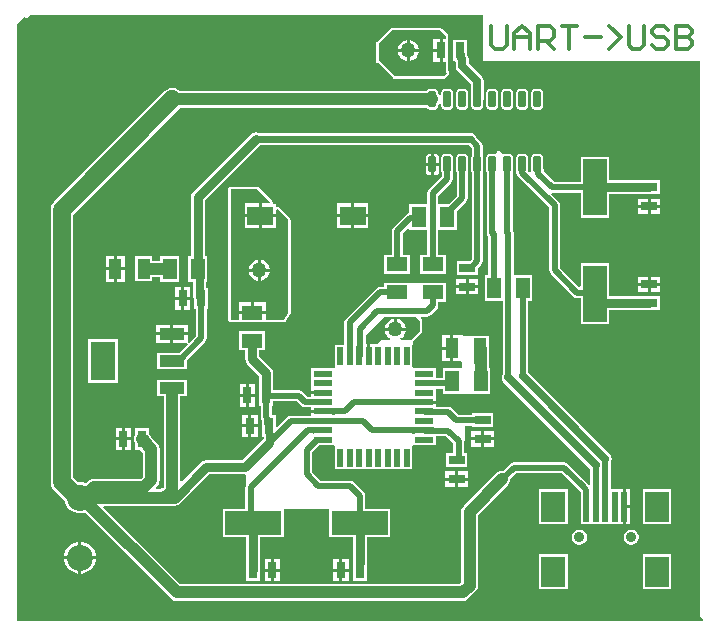
<source format=gtl>
G04*
G04 #@! TF.GenerationSoftware,Altium Limited,Altium Designer,22.9.1 (49)*
G04*
G04 Layer_Physical_Order=1*
G04 Layer_Color=255*
%FSLAX25Y25*%
%MOIN*%
G70*
G04*
G04 #@! TF.SameCoordinates,98696D13-EABD-4F9F-9DF4-DD99C549A471*
G04*
G04*
G04 #@! TF.FilePolarity,Positive*
G04*
G01*
G75*
%ADD17R,0.18701X0.07874*%
%ADD18R,0.04724X0.07087*%
%ADD19R,0.05512X0.03150*%
%ADD20R,0.04331X0.06693*%
%ADD21R,0.08465X0.03937*%
%ADD22R,0.08465X0.12795*%
%ADD23R,0.08465X0.03937*%
%ADD24R,0.03150X0.05512*%
%ADD25R,0.01968X0.09843*%
%ADD26R,0.07874X0.09843*%
G04:AMPARAMS|DCode=27|XSize=51.58mil|YSize=24.41mil|CornerRadius=3.05mil|HoleSize=0mil|Usage=FLASHONLY|Rotation=90.000|XOffset=0mil|YOffset=0mil|HoleType=Round|Shape=RoundedRectangle|*
%AMROUNDEDRECTD27*
21,1,0.05158,0.01831,0,0,90.0*
21,1,0.04547,0.02441,0,0,90.0*
1,1,0.00610,0.00915,0.02274*
1,1,0.00610,0.00915,-0.02274*
1,1,0.00610,-0.00915,-0.02274*
1,1,0.00610,-0.00915,0.02274*
%
%ADD27ROUNDEDRECTD27*%
%ADD28R,0.07087X0.04724*%
%ADD29R,0.07874X0.18701*%
%ADD30R,0.05906X0.02165*%
%ADD31R,0.02165X0.05906*%
%ADD32R,0.08583X0.06299*%
%ADD51C,0.02756*%
%ADD52C,0.02000*%
%ADD53C,0.01968*%
%ADD54C,0.03937*%
%ADD55C,0.05906*%
%ADD56C,0.02953*%
%ADD57C,0.02362*%
%ADD58C,0.01181*%
%ADD59C,0.03543*%
%ADD60C,0.08661*%
%ADD61C,0.05000*%
G36*
X155405Y201468D02*
X155118Y201181D01*
Y186614D01*
X227559D01*
Y1575D01*
X228672Y462D01*
X228481Y0D01*
X0D01*
Y198819D01*
X2487Y201306D01*
X2922Y201060D01*
X2756Y200394D01*
X4331Y201969D01*
X155255D01*
X155405Y201468D01*
D02*
G37*
%LPC*%
G36*
X124803Y197653D02*
X124496Y197592D01*
X124235Y197418D01*
X119905Y193087D01*
X119731Y192827D01*
X119670Y192520D01*
Y186614D01*
X119731Y186307D01*
X119905Y186047D01*
X120165Y185872D01*
X120472Y185811D01*
X120534D01*
X125417Y180928D01*
X125677Y180754D01*
X125984Y180693D01*
X142126D01*
X142126Y180693D01*
X142433Y180754D01*
X142694Y180928D01*
X142694Y180928D01*
X143875Y182109D01*
X144049Y182370D01*
X144110Y182677D01*
X144049Y182984D01*
X143875Y183245D01*
X143875Y183245D01*
X143716Y183403D01*
Y186402D01*
X143679Y186588D01*
X143701Y186614D01*
X143701D01*
Y193701D01*
X143701D01*
X143679Y193727D01*
X143716Y193913D01*
Y194882D01*
X143716Y194882D01*
X143655Y195189D01*
X143481Y195450D01*
X141513Y197418D01*
X141252Y197592D01*
X140945Y197653D01*
X124803D01*
X124803Y197653D01*
D02*
G37*
G36*
X174321Y177206D02*
X172490D01*
X172064Y177122D01*
X171703Y176880D01*
X171461Y176519D01*
X171376Y176093D01*
Y171545D01*
X171461Y171119D01*
X171703Y170758D01*
X172064Y170516D01*
X172490Y170431D01*
X174321D01*
X174747Y170516D01*
X175109Y170758D01*
X175350Y171119D01*
X175435Y171545D01*
Y176093D01*
X175350Y176519D01*
X175109Y176880D01*
X174747Y177122D01*
X174321Y177206D01*
D02*
G37*
G36*
X169321D02*
X167490D01*
X167064Y177122D01*
X166702Y176880D01*
X166461Y176519D01*
X166376Y176093D01*
Y171545D01*
X166461Y171119D01*
X166702Y170758D01*
X167064Y170516D01*
X167490Y170431D01*
X169321D01*
X169747Y170516D01*
X170108Y170758D01*
X170350Y171119D01*
X170435Y171545D01*
Y176093D01*
X170350Y176519D01*
X170108Y176880D01*
X169747Y177122D01*
X169321Y177206D01*
D02*
G37*
G36*
X164321D02*
X162490D01*
X162064Y177122D01*
X161703Y176880D01*
X161461Y176519D01*
X161376Y176093D01*
Y171545D01*
X161461Y171119D01*
X161703Y170758D01*
X162064Y170516D01*
X162490Y170431D01*
X164321D01*
X164747Y170516D01*
X165109Y170758D01*
X165350Y171119D01*
X165435Y171545D01*
Y176093D01*
X165350Y176519D01*
X165109Y176880D01*
X164747Y177122D01*
X164321Y177206D01*
D02*
G37*
G36*
X159321D02*
X157490D01*
X157064Y177122D01*
X156702Y176880D01*
X156461Y176519D01*
X156376Y176093D01*
Y171545D01*
X156461Y171119D01*
X156702Y170758D01*
X157064Y170516D01*
X157490Y170431D01*
X159321D01*
X159747Y170516D01*
X160108Y170758D01*
X160350Y171119D01*
X160435Y171545D01*
Y176093D01*
X160350Y176519D01*
X160108Y176880D01*
X159747Y177122D01*
X159321Y177206D01*
D02*
G37*
G36*
X150000Y193701D02*
X145276D01*
Y186614D01*
X145980D01*
X146198Y186288D01*
Y184892D01*
X146366Y184047D01*
X146844Y183331D01*
X151198Y178977D01*
Y173819D01*
X151366Y172974D01*
X151376Y172958D01*
Y171545D01*
X151461Y171119D01*
X151702Y170758D01*
X152064Y170516D01*
X152490Y170431D01*
X154321D01*
X154747Y170516D01*
X155108Y170758D01*
X155350Y171119D01*
X155435Y171545D01*
Y172958D01*
X155445Y172974D01*
X155613Y173819D01*
Y179892D01*
X155445Y180737D01*
X154967Y181453D01*
X150613Y185806D01*
Y187165D01*
X150445Y188010D01*
X150042Y188613D01*
Y188779D01*
X150000Y188993D01*
Y193701D01*
D02*
G37*
G36*
X149321Y177206D02*
X147490D01*
X147064Y177122D01*
X146703Y176880D01*
X146461Y176519D01*
X146376Y176093D01*
Y171545D01*
X146461Y171119D01*
X146703Y170758D01*
X147064Y170516D01*
X147490Y170431D01*
X149321D01*
X149747Y170516D01*
X150109Y170758D01*
X150350Y171119D01*
X150435Y171545D01*
Y176093D01*
X150350Y176519D01*
X150109Y176880D01*
X149747Y177122D01*
X149321Y177206D01*
D02*
G37*
G36*
X51772Y177591D02*
X50795Y177463D01*
X49885Y177086D01*
X49104Y176486D01*
X12293Y139675D01*
X11694Y138894D01*
X11317Y137984D01*
X11188Y137008D01*
Y46220D01*
X11317Y45244D01*
X11694Y44334D01*
X12293Y43553D01*
X15869Y39977D01*
X16097Y39127D01*
X16771Y37960D01*
X17724Y37007D01*
X18891Y36333D01*
X20192Y35984D01*
X21540D01*
X22442Y36226D01*
X51184Y7483D01*
X51760Y7041D01*
X52430Y6764D01*
X53150Y6669D01*
X148481D01*
X149201Y6764D01*
X149871Y7041D01*
X150447Y7483D01*
X152753Y9789D01*
X153195Y10365D01*
X153472Y11036D01*
X153567Y11755D01*
Y35226D01*
X163619Y45279D01*
X164061Y45854D01*
X164339Y46525D01*
X164433Y47244D01*
X164407Y47443D01*
X166208Y49243D01*
X181596D01*
X187333Y43506D01*
X187333Y43506D01*
X187957Y42882D01*
Y37203D01*
X187992Y37028D01*
Y32382D01*
X200378D01*
Y32169D01*
X201862D01*
Y38091D01*
Y44012D01*
X200378D01*
Y43799D01*
X197869D01*
Y52743D01*
X198103Y53092D01*
X198271Y53937D01*
X198103Y54782D01*
X197624Y55498D01*
X170310Y82812D01*
Y106693D01*
X171653D01*
Y115354D01*
X165468D01*
Y129134D01*
X165330Y129825D01*
X165212Y130002D01*
Y149259D01*
X165350Y149466D01*
X165435Y149892D01*
Y154439D01*
X165350Y154865D01*
X165109Y155227D01*
X164747Y155468D01*
X164321Y155553D01*
X162490D01*
X162064Y155468D01*
X160839Y156693D01*
X159843D01*
Y155959D01*
X159343Y155549D01*
X159321Y155553D01*
X157490D01*
X157064Y155468D01*
X156702Y155227D01*
X156461Y154865D01*
X156376Y154439D01*
Y149892D01*
X156461Y149466D01*
X156599Y149259D01*
Y129390D01*
X156737Y128699D01*
X157052Y128227D01*
Y115354D01*
X155905D01*
Y106693D01*
X161855D01*
Y82415D01*
X161622Y82065D01*
X161454Y81221D01*
X161622Y80376D01*
X162100Y79659D01*
X191107Y50653D01*
Y45549D01*
X190607Y45342D01*
X189888Y46061D01*
X189888Y46061D01*
X183622Y52327D01*
X183036Y52719D01*
X182344Y52856D01*
X165459D01*
X164768Y52719D01*
X164182Y52327D01*
X161853Y49998D01*
X161654Y50024D01*
X160934Y49929D01*
X160264Y49651D01*
X159688Y49210D01*
X148822Y38343D01*
X148380Y37768D01*
X148102Y37097D01*
X148008Y36378D01*
Y12906D01*
X147330Y12229D01*
X54301D01*
X28669Y37861D01*
X28860Y38323D01*
X48819D01*
X49433Y38404D01*
X49449Y38401D01*
X52520D01*
X53403Y38576D01*
X54152Y39077D01*
X63948Y48873D01*
X75907D01*
X76241Y48598D01*
Y45533D01*
X76241Y45533D01*
X76218Y45042D01*
X76103Y44461D01*
X76103Y44461D01*
Y37402D01*
X68602D01*
Y27953D01*
X76432D01*
Y20472D01*
X76378D01*
Y13386D01*
X81102D01*
Y20472D01*
X81048D01*
Y27953D01*
X88878D01*
Y37402D01*
X104035D01*
Y27953D01*
X111865D01*
Y20472D01*
X111811D01*
Y13386D01*
X116535D01*
Y16674D01*
X116586Y16929D01*
X116535Y17184D01*
Y18445D01*
X116586Y18701D01*
X116535Y18956D01*
Y20472D01*
X116481D01*
Y27953D01*
X124311D01*
Y37402D01*
X115996D01*
Y41732D01*
X115996Y41732D01*
X115857Y42430D01*
X115462Y43021D01*
X115462Y43021D01*
X112312Y46170D01*
X111721Y46566D01*
X111024Y46704D01*
X111024Y46704D01*
X101149D01*
X98279Y49574D01*
Y56060D01*
X100691Y58473D01*
X105512D01*
X105724Y58307D01*
X105798Y58212D01*
X105890Y57897D01*
Y50697D01*
X131677D01*
Y57854D01*
X131744Y58180D01*
X131843Y58307D01*
X132055Y58473D01*
X139453D01*
Y61587D01*
X142822D01*
X145335Y59074D01*
Y55905D01*
X142913D01*
Y51181D01*
X150000D01*
Y55905D01*
X148980D01*
Y59829D01*
X149213Y60061D01*
Y65107D01*
X151575D01*
Y64567D01*
X158661D01*
Y69291D01*
X151575D01*
Y68752D01*
X147048D01*
X144999Y70801D01*
X144408Y71196D01*
X143710Y71334D01*
X143710Y71334D01*
X139665D01*
Y72441D01*
X135713D01*
Y73441D01*
X139665D01*
Y75024D01*
X139453D01*
Y77418D01*
X141909D01*
Y75535D01*
X151358D01*
X151358Y75535D01*
Y75535D01*
X157658D01*
Y84197D01*
X157288D01*
Y90591D01*
X157193Y91310D01*
X157185Y91329D01*
Y95000D01*
X149128D01*
X147949Y95213D01*
X147949Y95213D01*
X147749Y95213D01*
X145283D01*
Y90866D01*
Y86520D01*
X147709D01*
X147949Y86520D01*
X148209Y86127D01*
Y84197D01*
X141909D01*
Y81063D01*
X139453D01*
Y84260D01*
X132055D01*
X131843Y84425D01*
X131815Y84461D01*
X131677Y84904D01*
Y92035D01*
X132064Y92422D01*
Y93133D01*
X134820Y95889D01*
X134994Y96149D01*
X135055Y96457D01*
Y100000D01*
X135055Y100000D01*
X134994Y100307D01*
X134820Y100568D01*
X134820Y100568D01*
X134522Y100865D01*
X134713Y101327D01*
X136614D01*
X136614Y101327D01*
X137312Y101466D01*
X137903Y101861D01*
X139871Y103829D01*
X139871Y103830D01*
X140266Y104421D01*
X140405Y105118D01*
X140405Y105118D01*
Y106299D01*
X142913D01*
Y112598D01*
X122441D01*
Y111271D01*
X120866D01*
X120866Y111271D01*
X120169Y111133D01*
X119578Y110738D01*
X119578Y110737D01*
X109621Y100781D01*
X109226Y100189D01*
X109087Y99492D01*
X109087Y99492D01*
Y92035D01*
X105890D01*
Y84989D01*
X105890Y84555D01*
X105489Y84316D01*
X105408Y84287D01*
X105408Y84287D01*
X105397Y84260D01*
X98114D01*
Y80520D01*
Y78173D01*
X97902D01*
Y76591D01*
X101854D01*
Y75590D01*
X97902D01*
Y74763D01*
X96712D01*
X95182Y76293D01*
X94591Y76688D01*
X93894Y76826D01*
X93894Y76826D01*
X85433D01*
Y78740D01*
X85379D01*
Y82677D01*
X85203Y83560D01*
X84703Y84309D01*
X80655Y88358D01*
Y90158D01*
X82677D01*
Y96457D01*
X74016D01*
Y90158D01*
X76038D01*
Y87402D01*
X76214Y86518D01*
X76714Y85769D01*
X80763Y81721D01*
Y78740D01*
X80709D01*
Y71653D01*
X81248D01*
Y67888D01*
X81248Y67888D01*
X81387Y67191D01*
X81461Y67080D01*
Y65535D01*
X81461Y65535D01*
X81496Y65359D01*
Y61417D01*
X82213D01*
X82248Y60917D01*
X82245Y60784D01*
X74951Y53489D01*
X62992D01*
X62109Y53313D01*
X61360Y52813D01*
X54816Y46270D01*
X54355Y46461D01*
Y74803D01*
X56595D01*
Y80315D01*
X51755D01*
X51575Y80339D01*
X51394Y80315D01*
X46555D01*
Y74803D01*
X48795D01*
Y44426D01*
X48729Y44417D01*
X48059Y44140D01*
X47723Y43882D01*
X46403D01*
X46212Y44344D01*
X46697Y44829D01*
X47139Y45405D01*
X47416Y46075D01*
X47511Y46794D01*
Y57237D01*
X47416Y57957D01*
X47139Y58627D01*
X46697Y59203D01*
X44717Y61183D01*
X44533Y61626D01*
X44094Y62198D01*
Y64173D01*
X39370D01*
Y62078D01*
X39325Y62020D01*
X39047Y61349D01*
X38953Y60630D01*
X39047Y59911D01*
X39325Y59240D01*
X39370Y59181D01*
Y57087D01*
X40951D01*
X41952Y56086D01*
Y47946D01*
X41274Y47268D01*
X25530D01*
X24811Y47173D01*
X24140Y46895D01*
X23565Y46454D01*
X22931Y45820D01*
X22842Y45872D01*
X21540Y46220D01*
X20296D01*
X18733Y47783D01*
Y135445D01*
X54327Y171039D01*
X136514D01*
X136703Y170758D01*
X137064Y170516D01*
X137490Y170431D01*
X139321D01*
X139747Y170516D01*
X140109Y170758D01*
X140350Y171119D01*
X140435Y171545D01*
Y171936D01*
X140813Y172429D01*
X140876Y172582D01*
X141376Y172483D01*
Y171545D01*
X141461Y171119D01*
X141702Y170758D01*
X142064Y170516D01*
X142490Y170431D01*
X144321D01*
X144747Y170516D01*
X145108Y170758D01*
X145350Y171119D01*
X145435Y171545D01*
Y176093D01*
X145350Y176519D01*
X145108Y176880D01*
X144747Y177122D01*
X144321Y177206D01*
X142490D01*
X142064Y177122D01*
X141702Y176880D01*
X141461Y176519D01*
X141376Y176093D01*
Y175155D01*
X140876Y175056D01*
X140813Y175209D01*
X140435Y175701D01*
Y176093D01*
X140350Y176519D01*
X140109Y176880D01*
X139747Y177122D01*
X139321Y177206D01*
X137490D01*
X137064Y177122D01*
X136703Y176880D01*
X136514Y176599D01*
X54293D01*
X53658Y177086D01*
X52748Y177463D01*
X51772Y177591D01*
D02*
G37*
G36*
X139321Y155770D02*
X138906D01*
Y152665D01*
X140652D01*
Y154439D01*
X140550Y154948D01*
X140262Y155380D01*
X139830Y155668D01*
X139321Y155770D01*
D02*
G37*
G36*
X137906D02*
X137490D01*
X136981Y155668D01*
X136549Y155380D01*
X136261Y154948D01*
X136160Y154439D01*
Y152665D01*
X137906D01*
Y155770D01*
D02*
G37*
G36*
X174321Y155553D02*
X172490D01*
X172064Y155468D01*
X171703Y155227D01*
X171461Y154865D01*
X171376Y154439D01*
Y149892D01*
X170952Y149459D01*
X170828Y149446D01*
X170426Y149848D01*
X170435Y149892D01*
Y154439D01*
X170350Y154865D01*
X170108Y155227D01*
X169747Y155468D01*
X169321Y155553D01*
X167490D01*
X167064Y155468D01*
X166702Y155227D01*
X166461Y154865D01*
X166376Y154439D01*
Y149892D01*
X166445Y149545D01*
Y149429D01*
X166445Y149429D01*
X166584Y148732D01*
X166979Y148141D01*
X177311Y137808D01*
Y116929D01*
X177311Y116929D01*
X177450Y116232D01*
X177845Y115640D01*
X185466Y108020D01*
X185466Y108020D01*
X186057Y107625D01*
X186754Y107486D01*
X186754Y107486D01*
X187795D01*
Y98917D01*
X197244D01*
Y103597D01*
X207087D01*
Y103543D01*
X214173D01*
Y108268D01*
X207087D01*
Y108214D01*
X197244D01*
Y119193D01*
X187795D01*
Y111552D01*
X187295Y111345D01*
X180956Y117684D01*
Y138563D01*
X180818Y139260D01*
X180422Y139852D01*
X180422Y139852D01*
X178096Y142178D01*
X178149Y142409D01*
X178315Y142666D01*
X187795D01*
Y134350D01*
X197244D01*
Y142180D01*
X207087D01*
Y142126D01*
X214173D01*
Y146850D01*
X207087D01*
Y146796D01*
X197244D01*
Y154626D01*
X187795D01*
Y146311D01*
X178963D01*
X175448Y149826D01*
Y150587D01*
X175448Y150587D01*
X175435Y150655D01*
Y154439D01*
X175350Y154865D01*
X175109Y155227D01*
X174747Y155468D01*
X174321Y155553D01*
D02*
G37*
G36*
X140652Y151665D02*
X138906D01*
Y148561D01*
X139321D01*
X139830Y148662D01*
X140262Y148951D01*
X140550Y149382D01*
X140652Y149892D01*
Y151665D01*
D02*
G37*
G36*
X137906D02*
X136160D01*
Y149892D01*
X136261Y149382D01*
X136549Y148951D01*
X136981Y148662D01*
X137490Y148561D01*
X137906D01*
Y151665D01*
D02*
G37*
G36*
X149321Y155553D02*
X147490D01*
X147064Y155468D01*
X146703Y155227D01*
X146461Y154865D01*
X146376Y154439D01*
Y149892D01*
X146461Y149466D01*
X146583Y149283D01*
Y141680D01*
X143879Y138976D01*
X140405D01*
Y141765D01*
X144596Y145955D01*
X144991Y146547D01*
X145130Y147244D01*
X145130Y147244D01*
Y149135D01*
X145350Y149466D01*
X145435Y149892D01*
Y154439D01*
X145350Y154865D01*
X145108Y155227D01*
X144747Y155468D01*
X144321Y155553D01*
X142490D01*
X142064Y155468D01*
X141702Y155227D01*
X141461Y154865D01*
X141376Y154439D01*
Y149892D01*
X141461Y149466D01*
X141485Y149430D01*
Y147999D01*
X137294Y143808D01*
X136899Y143217D01*
X136760Y142520D01*
X136760Y142520D01*
Y138976D01*
X130709D01*
Y135996D01*
X130405Y135936D01*
X129814Y135541D01*
X129814Y135541D01*
X125483Y131210D01*
X125088Y130619D01*
X124949Y129921D01*
X124949Y129921D01*
Y122047D01*
X122441D01*
Y115748D01*
X131102D01*
Y122047D01*
X128594D01*
Y129166D01*
X130247Y130819D01*
X130709Y130628D01*
Y130315D01*
X136760D01*
Y122047D01*
X134252D01*
Y115748D01*
X142913D01*
Y122047D01*
X140405D01*
Y130315D01*
X146457D01*
Y136399D01*
X149694Y139637D01*
X150089Y140228D01*
X150228Y140925D01*
X150228Y140925D01*
Y149283D01*
X150350Y149466D01*
X150435Y149892D01*
Y154439D01*
X150350Y154865D01*
X150109Y155227D01*
X149747Y155468D01*
X149321Y155553D01*
D02*
G37*
G36*
X214386Y140764D02*
X211130D01*
Y138689D01*
X214386D01*
Y140764D01*
D02*
G37*
G36*
X210130D02*
X206874D01*
Y138689D01*
X210130D01*
Y140764D01*
D02*
G37*
G36*
X214386Y137689D02*
X211130D01*
Y135614D01*
X214386D01*
Y137689D01*
D02*
G37*
G36*
X210130D02*
X206874D01*
Y135614D01*
X210130D01*
Y137689D01*
D02*
G37*
G36*
X117102Y139189D02*
X112311D01*
Y135539D01*
X117102D01*
Y139189D01*
D02*
G37*
G36*
X111311D02*
X106520D01*
Y135539D01*
X111311D01*
Y139189D01*
D02*
G37*
G36*
X117102Y134539D02*
X112311D01*
Y130890D01*
X117102D01*
Y134539D01*
D02*
G37*
G36*
X111311D02*
X106520D01*
Y130890D01*
X111311D01*
Y134539D01*
D02*
G37*
G36*
X53937Y121653D02*
X47638D01*
Y120103D01*
X45079D01*
Y121457D01*
X39173D01*
Y113189D01*
X45079D01*
Y114543D01*
X47638D01*
Y112992D01*
X53937D01*
Y121653D01*
D02*
G37*
G36*
X35842Y121669D02*
X33177D01*
Y117823D01*
X35842D01*
Y121669D01*
D02*
G37*
G36*
X32177D02*
X29512D01*
Y117823D01*
X32177D01*
Y121669D01*
D02*
G37*
G36*
X79528Y162938D02*
X78644Y162762D01*
X77895Y162262D01*
X58604Y142971D01*
X58104Y142222D01*
X57928Y141339D01*
Y121653D01*
X57087D01*
Y112992D01*
X58619D01*
Y108071D01*
X58787Y107226D01*
X59055Y106825D01*
Y103937D01*
X59611D01*
Y94941D01*
X57262Y92592D01*
X56807Y92844D01*
X56807Y93141D01*
Y95169D01*
X52075D01*
Y92701D01*
X56331D01*
X56664Y92701D01*
X56915Y92246D01*
X54040Y89370D01*
X46555D01*
Y83858D01*
X56595D01*
Y86816D01*
X62695Y92916D01*
X63086Y93502D01*
X63224Y94193D01*
Y103937D01*
X63779D01*
Y111024D01*
X63034D01*
Y112992D01*
X63386D01*
Y121653D01*
X62544D01*
Y140383D01*
X80785Y158623D01*
X150634D01*
X151599Y157657D01*
Y155072D01*
X151461Y154865D01*
X151376Y154439D01*
Y149892D01*
X151461Y149466D01*
X151599Y149259D01*
Y120689D01*
X150989Y120079D01*
X146457D01*
Y115354D01*
X153543D01*
Y117524D01*
X154683Y118664D01*
X155074Y119250D01*
X155212Y119941D01*
Y149259D01*
X155350Y149466D01*
X155435Y149892D01*
Y154439D01*
X155350Y154865D01*
X155212Y155072D01*
Y158405D01*
X155074Y159097D01*
X154683Y159683D01*
X153052Y161313D01*
X153035Y161398D01*
X152600Y162049D01*
X151949Y162484D01*
X151181Y162637D01*
X80598D01*
X80411Y162762D01*
X79528Y162938D01*
D02*
G37*
G36*
X35842Y116823D02*
X33177D01*
Y112976D01*
X35842D01*
Y116823D01*
D02*
G37*
G36*
X32177D02*
X29512D01*
Y112976D01*
X32177D01*
Y116823D01*
D02*
G37*
G36*
X214386Y114779D02*
X211130D01*
Y112705D01*
X214386D01*
Y114779D01*
D02*
G37*
G36*
X210130D02*
X206874D01*
Y112705D01*
X210130D01*
Y114779D01*
D02*
G37*
G36*
X153756Y113992D02*
X150500D01*
Y111917D01*
X153756D01*
Y113992D01*
D02*
G37*
G36*
X149500D02*
X146244D01*
Y111917D01*
X149500D01*
Y113992D01*
D02*
G37*
G36*
X214386Y111705D02*
X211130D01*
Y109630D01*
X214386D01*
Y111705D01*
D02*
G37*
G36*
X210130D02*
X206874D01*
Y109630D01*
X210130D01*
Y111705D01*
D02*
G37*
G36*
X153756Y110917D02*
X150500D01*
Y108843D01*
X153756D01*
Y110917D01*
D02*
G37*
G36*
X149500D02*
X146244D01*
Y108843D01*
X149500D01*
Y110917D01*
D02*
G37*
G36*
X57693Y111236D02*
X55618D01*
Y107980D01*
X57693D01*
Y111236D01*
D02*
G37*
G36*
X54618D02*
X52543D01*
Y107980D01*
X54618D01*
Y111236D01*
D02*
G37*
G36*
X57693Y106980D02*
X55618D01*
Y103724D01*
X57693D01*
Y106980D01*
D02*
G37*
G36*
X54618D02*
X52543D01*
Y103724D01*
X54618D01*
Y106980D01*
D02*
G37*
G36*
X71153Y144716D02*
X70846Y144655D01*
X70586Y144481D01*
X70412Y144221D01*
X70351Y143913D01*
Y100394D01*
X70412Y100086D01*
X70586Y99826D01*
X70846Y99652D01*
X71153Y99591D01*
X73803D01*
X73989Y99628D01*
X74016Y99606D01*
Y99606D01*
X82677D01*
Y99606D01*
X82704Y99628D01*
X82890Y99591D01*
X88976Y99591D01*
X89067Y99609D01*
X89159Y99612D01*
X89219Y99639D01*
X89284Y99652D01*
X89360Y99703D01*
X89444Y99741D01*
X89489Y99789D01*
X89544Y99826D01*
X89595Y99903D01*
X89658Y99970D01*
X91016Y102156D01*
X91039Y102218D01*
X91075Y102272D01*
X91093Y102363D01*
X91126Y102449D01*
X91124Y102515D01*
X91137Y102580D01*
Y133682D01*
X91075Y133989D01*
X90901Y134250D01*
X87423Y137728D01*
X87163Y137902D01*
X86856Y137963D01*
X86681Y137928D01*
X86181Y138212D01*
Y138976D01*
X85417D01*
X85133Y139476D01*
X85168Y139651D01*
X85107Y139958D01*
X84933Y140219D01*
X80670Y144481D01*
X80410Y144655D01*
X80102Y144716D01*
X71153Y144716D01*
D02*
G37*
G36*
X56807Y98638D02*
X52075D01*
Y96169D01*
X56807D01*
Y98638D01*
D02*
G37*
G36*
X51075D02*
X46343D01*
Y96169D01*
X51075D01*
Y98638D01*
D02*
G37*
G36*
Y95169D02*
X46343D01*
Y92701D01*
X51075D01*
Y95169D01*
D02*
G37*
G36*
X144283Y95213D02*
X141618D01*
Y91366D01*
X144283D01*
Y95213D01*
D02*
G37*
G36*
Y90366D02*
X141618D01*
Y86520D01*
X144283D01*
Y90366D01*
D02*
G37*
G36*
X33760Y93799D02*
X23720D01*
Y79429D01*
X33760D01*
Y93799D01*
D02*
G37*
G36*
X79347Y78953D02*
X77272D01*
Y75697D01*
X79347D01*
Y78953D01*
D02*
G37*
G36*
X76272D02*
X74197D01*
Y75697D01*
X76272D01*
Y78953D01*
D02*
G37*
G36*
X79347Y74697D02*
X77272D01*
Y71441D01*
X79347D01*
Y74697D01*
D02*
G37*
G36*
X76272D02*
X74197D01*
Y71441D01*
X76272D01*
Y74697D01*
D02*
G37*
G36*
X80134Y68717D02*
X78059D01*
Y65461D01*
X80134D01*
Y68717D01*
D02*
G37*
G36*
X77059D02*
X74984D01*
Y65461D01*
X77059D01*
Y68717D01*
D02*
G37*
G36*
X80134Y64461D02*
X78059D01*
Y61205D01*
X80134D01*
Y64461D01*
D02*
G37*
G36*
X77059D02*
X74984D01*
Y61205D01*
X77059D01*
Y64461D01*
D02*
G37*
G36*
X38008Y64386D02*
X35933D01*
Y61130D01*
X38008D01*
Y64386D01*
D02*
G37*
G36*
X34933D02*
X32858D01*
Y61130D01*
X34933D01*
Y64386D01*
D02*
G37*
G36*
X158874Y63205D02*
X155618D01*
Y61130D01*
X158874D01*
Y63205D01*
D02*
G37*
G36*
X154618D02*
X151362D01*
Y61130D01*
X154618D01*
Y63205D01*
D02*
G37*
G36*
X158874Y60130D02*
X155618D01*
Y58055D01*
X158874D01*
Y60130D01*
D02*
G37*
G36*
X154618D02*
X151362D01*
Y58055D01*
X154618D01*
Y60130D01*
D02*
G37*
G36*
X38008Y60130D02*
X35933D01*
Y56874D01*
X38008D01*
Y60130D01*
D02*
G37*
G36*
X34933D02*
X32858D01*
Y56874D01*
X34933D01*
Y60130D01*
D02*
G37*
G36*
X150213Y49819D02*
X146957D01*
Y47744D01*
X150213D01*
Y49819D01*
D02*
G37*
G36*
X145957D02*
X142701D01*
Y47744D01*
X145957D01*
Y49819D01*
D02*
G37*
G36*
X150213Y46744D02*
X146957D01*
Y44669D01*
X150213D01*
Y46744D01*
D02*
G37*
G36*
X145957D02*
X142701D01*
Y44669D01*
X145957D01*
Y46744D01*
D02*
G37*
G36*
X204346Y44012D02*
X202862D01*
Y38591D01*
X204346D01*
Y44012D01*
D02*
G37*
G36*
X218110Y43799D02*
X208661D01*
Y32382D01*
X218110D01*
Y43799D01*
D02*
G37*
G36*
X183465D02*
X174016D01*
Y32382D01*
X183465D01*
Y43799D01*
D02*
G37*
G36*
X204346Y37591D02*
X202862D01*
Y32169D01*
X204346D01*
Y37591D01*
D02*
G37*
G36*
X205061Y30413D02*
X204387D01*
X203737Y30239D01*
X203153Y29902D01*
X202677Y29426D01*
X202340Y28842D01*
X202165Y28191D01*
Y27517D01*
X202340Y26867D01*
X202677Y26283D01*
X203153Y25807D01*
X203737Y25470D01*
X204387Y25295D01*
X205061D01*
X205712Y25470D01*
X206296Y25807D01*
X206772Y26283D01*
X207109Y26867D01*
X207283Y27517D01*
Y28191D01*
X207109Y28842D01*
X206772Y29426D01*
X206296Y29902D01*
X205712Y30239D01*
X205061Y30413D01*
D02*
G37*
G36*
X187739D02*
X187065D01*
X186414Y30239D01*
X185830Y29902D01*
X185354Y29426D01*
X185017Y28842D01*
X184843Y28191D01*
Y27517D01*
X185017Y26867D01*
X185354Y26283D01*
X185830Y25807D01*
X186414Y25470D01*
X187065Y25295D01*
X187739D01*
X188389Y25470D01*
X188973Y25807D01*
X189449Y26283D01*
X189786Y26867D01*
X189961Y27517D01*
Y28191D01*
X189786Y28842D01*
X189449Y29426D01*
X188973Y29902D01*
X188389Y30239D01*
X187739Y30413D01*
D02*
G37*
G36*
X21568Y26433D02*
X21366D01*
Y21602D01*
X26197D01*
Y21804D01*
X25834Y23160D01*
X25132Y24375D01*
X24139Y25368D01*
X22924Y26070D01*
X21568Y26433D01*
D02*
G37*
G36*
X20366D02*
X20164D01*
X18809Y26070D01*
X17593Y25368D01*
X16601Y24375D01*
X15899Y23160D01*
X15535Y21804D01*
Y21602D01*
X20366D01*
Y26433D01*
D02*
G37*
G36*
X110449Y20685D02*
X108374D01*
Y17429D01*
X110449D01*
Y20685D01*
D02*
G37*
G36*
X87614D02*
X85539D01*
Y17429D01*
X87614D01*
Y20685D01*
D02*
G37*
G36*
X107374D02*
X105299D01*
Y17429D01*
X107374D01*
Y20685D01*
D02*
G37*
G36*
X84539D02*
X82465D01*
Y17429D01*
X84539D01*
Y20685D01*
D02*
G37*
G36*
X26197Y20602D02*
X21366D01*
Y15772D01*
X21568D01*
X22924Y16135D01*
X24139Y16837D01*
X25132Y17829D01*
X25834Y19045D01*
X26197Y20401D01*
Y20602D01*
D02*
G37*
G36*
X20366D02*
X15535D01*
Y20401D01*
X15899Y19045D01*
X16601Y17829D01*
X17593Y16837D01*
X18809Y16135D01*
X20164Y15772D01*
X20366D01*
Y20602D01*
D02*
G37*
G36*
X110449Y16429D02*
X108374D01*
Y13173D01*
X110449D01*
Y16429D01*
D02*
G37*
G36*
X107374D02*
X105299D01*
Y13173D01*
X107374D01*
Y16429D01*
D02*
G37*
G36*
X87614D02*
X85539D01*
Y13173D01*
X87614D01*
Y16429D01*
D02*
G37*
G36*
X84539D02*
X82465D01*
Y13173D01*
X84539D01*
Y16429D01*
D02*
G37*
G36*
X218110Y22146D02*
X208661D01*
Y10728D01*
X218110D01*
Y22146D01*
D02*
G37*
G36*
X183465D02*
X174016D01*
Y10728D01*
X183465D01*
Y22146D01*
D02*
G37*
%LPD*%
G36*
X142913Y194882D02*
Y193913D01*
X141839D01*
Y190157D01*
Y186402D01*
X142913D01*
Y183071D01*
X143307Y182677D01*
X142126Y181496D01*
X125984D01*
X120866Y186614D01*
X120472D01*
Y192520D01*
X124803Y196850D01*
X140945D01*
X142913Y194882D01*
D02*
G37*
%LPC*%
G36*
X130815Y193647D02*
Y190657D01*
X133804D01*
X133576Y191508D01*
X133116Y192306D01*
X132464Y192958D01*
X131666Y193419D01*
X130815Y193647D01*
D02*
G37*
G36*
X129815D02*
X128964Y193419D01*
X128166Y192958D01*
X127514Y192306D01*
X127053Y191508D01*
X126825Y190657D01*
X129815D01*
Y193647D01*
D02*
G37*
G36*
X140839Y193913D02*
X138764D01*
Y190657D01*
X140839D01*
Y193913D01*
D02*
G37*
G36*
X133804Y189657D02*
X130815D01*
Y186668D01*
X131666Y186896D01*
X132464Y187357D01*
X133116Y188008D01*
X133576Y188806D01*
X133804Y189657D01*
D02*
G37*
G36*
X129815D02*
X126825D01*
X127053Y188806D01*
X127514Y188008D01*
X128166Y187357D01*
X128964Y186896D01*
X129815Y186668D01*
Y189657D01*
D02*
G37*
G36*
X140839D02*
X138764D01*
Y186402D01*
X140839D01*
Y189657D01*
D02*
G37*
%LPD*%
G36*
X134252Y100000D02*
Y96457D01*
X131496Y93701D01*
X127847D01*
X127713Y94201D01*
X128133Y94443D01*
X128785Y95095D01*
X129246Y95893D01*
X129474Y96744D01*
X122495D01*
X122723Y95893D01*
X123184Y95095D01*
X123835Y94443D01*
X124255Y94201D01*
X124121Y93701D01*
X121260D01*
X119791Y92232D01*
X119291Y92248D01*
Y92248D01*
X117709D01*
Y88295D01*
X116709D01*
Y92248D01*
X116142D01*
Y95276D01*
X122193Y101327D01*
X132925D01*
X134252Y100000D01*
D02*
G37*
G36*
X115130Y91236D02*
X112988D01*
X113017Y91256D01*
X113044Y91316D01*
X113067Y91416D01*
X113086Y91556D01*
X113117Y91956D01*
X113142Y93236D01*
X115142D01*
X115130Y91236D01*
D02*
G37*
G36*
X111980D02*
X109839D01*
X109852Y91256D01*
X109864Y91316D01*
X109875Y91416D01*
X109892Y91736D01*
X109909Y93236D01*
X111909D01*
X111980Y91236D01*
D02*
G37*
G36*
X156403Y87492D02*
X156418Y87374D01*
X156432Y87177D01*
X156475Y84343D01*
X156476Y83595D01*
X152539D01*
X152535Y84343D01*
X152374Y86902D01*
X152314Y87177D01*
X152245Y87374D01*
X152166Y87492D01*
X152079Y87532D01*
X156386D01*
X156403Y87492D01*
D02*
G37*
G36*
X132772Y71870D02*
X132752Y71884D01*
X132692Y71896D01*
X132592Y71906D01*
X132272Y71923D01*
X130772Y71941D01*
Y73941D01*
X132772Y74012D01*
Y71870D01*
D02*
G37*
G36*
X84107Y74116D02*
X84099Y74019D01*
X84078Y73054D01*
X84071Y71158D01*
X82071D01*
X82026Y74154D01*
X84115D01*
X84107Y74116D01*
D02*
G37*
G36*
X104815Y70849D02*
X104875Y70837D01*
X104975Y70826D01*
X105295Y70809D01*
X106795Y70791D01*
Y68791D01*
X104795Y68721D01*
Y70862D01*
X104815Y70849D01*
D02*
G37*
G36*
X94668Y71652D02*
X94668Y71652D01*
X95259Y71257D01*
X95957Y71118D01*
X97902D01*
Y70291D01*
X101854D01*
Y69291D01*
X97902D01*
Y68358D01*
X91261D01*
X91261Y68358D01*
X90564Y68219D01*
X89972Y67824D01*
X89972Y67824D01*
X86682Y64534D01*
X86221Y64726D01*
Y68504D01*
X84893D01*
Y71653D01*
X85433D01*
Y73181D01*
X93139D01*
X94668Y71652D01*
D02*
G37*
G36*
X104815Y67693D02*
X104875Y67676D01*
X104975Y67660D01*
X105115Y67647D01*
X105775Y67619D01*
X106795Y67610D01*
Y65610D01*
X104795Y65571D01*
Y67712D01*
X104815Y67693D01*
D02*
G37*
G36*
X132772Y62422D02*
X132752Y62429D01*
X132692Y62436D01*
X132452Y62446D01*
X130772Y62461D01*
Y64461D01*
X132772Y64563D01*
Y62422D01*
D02*
G37*
G36*
X98914D02*
X98894Y62435D01*
X98835Y62447D01*
X98738Y62458D01*
X98424Y62475D01*
X96957Y62492D01*
Y64492D01*
X98914Y64563D01*
Y62422D01*
D02*
G37*
G36*
X138673Y64534D02*
X138733Y64508D01*
X138833Y64485D01*
X138973Y64465D01*
X139373Y64434D01*
X140653Y64409D01*
Y62409D01*
X138653Y62422D01*
Y64563D01*
X138673Y64534D01*
D02*
G37*
G36*
X85085Y63394D02*
X85127Y63096D01*
X85198Y62867D01*
X85297Y62706D01*
X85424Y62613D01*
X85580Y62589D01*
X85764Y62633D01*
X85976Y62745D01*
X86216Y62925D01*
X86485Y63174D01*
X86280Y62848D01*
X87634Y61494D01*
X85547Y59344D01*
X84641Y60250D01*
X84071Y59345D01*
X84307Y60389D01*
X83026D01*
X83035Y60427D01*
X83042Y60523D01*
X83064Y61488D01*
X83071Y63384D01*
X84986D01*
X85071Y63759D01*
X85085Y63394D01*
D02*
G37*
G36*
X52619Y42814D02*
X51824Y41932D01*
X51848Y41909D01*
X51806Y41893D01*
X51765Y41867D01*
X51398Y41460D01*
X51346Y41511D01*
X50493Y40688D01*
X48405Y42776D01*
X49200Y43658D01*
X49176Y43682D01*
X49218Y43698D01*
X49258Y43724D01*
X49625Y44131D01*
X49677Y44079D01*
X50531Y44902D01*
X52619Y42814D01*
D02*
G37*
G36*
X24180Y43932D02*
X24427Y43751D01*
X24699Y43592D01*
X24997Y43453D01*
X25321Y43337D01*
X25670Y43241D01*
X26044Y43167D01*
X26445Y43113D01*
X26871Y43082D01*
X27322Y43071D01*
Y39134D01*
X26871Y39123D01*
X26044Y39038D01*
X25670Y38964D01*
X25321Y38868D01*
X24997Y38751D01*
X24699Y38613D01*
X24427Y38454D01*
X24180Y38273D01*
X23959Y38071D01*
Y44134D01*
X24180Y43932D01*
D02*
G37*
G36*
X115218Y33720D02*
X113129D01*
X113137Y33759D01*
X113145Y33855D01*
X113166Y34820D01*
X113173Y36716D01*
X115173D01*
X115218Y33720D01*
D02*
G37*
%LPC*%
G36*
X126484Y100734D02*
Y97744D01*
X129474D01*
X129246Y98595D01*
X128785Y99393D01*
X128133Y100045D01*
X127335Y100506D01*
X126484Y100734D01*
D02*
G37*
G36*
X125484D02*
X124633Y100506D01*
X123835Y100045D01*
X123184Y99393D01*
X122723Y98595D01*
X122495Y97744D01*
X125484D01*
Y100734D01*
D02*
G37*
%LPD*%
G36*
X195504Y107381D02*
X193981Y105858D01*
X193959Y105900D01*
X193896Y105982D01*
X193792Y106103D01*
X192290Y107657D01*
X191894Y108054D01*
X193308Y109468D01*
X195504Y107381D01*
D02*
G37*
G36*
X44353Y115371D02*
X44173Y115342D01*
X43999Y115304D01*
X43831Y115255D01*
X43670Y115197D01*
X43514Y115130D01*
X43365Y115052D01*
X43223Y114965D01*
X43087Y114869D01*
X42957Y114763D01*
X42833Y114647D01*
X41419Y116061D01*
X41535Y116185D01*
X41641Y116315D01*
X41737Y116451D01*
X41824Y116594D01*
X41901Y116743D01*
X41969Y116898D01*
X42027Y117059D01*
X42075Y117227D01*
X42114Y117401D01*
X42143Y117581D01*
X44353Y115371D01*
D02*
G37*
G36*
X80102Y143913D02*
X84365Y139651D01*
X84174Y139189D01*
X81602D01*
Y135539D01*
X86394D01*
Y136969D01*
X86856Y137160D01*
X90334Y133682D01*
Y102580D01*
X88976Y100394D01*
X82890Y100394D01*
Y102256D01*
X78347D01*
X73803D01*
Y100394D01*
X71153D01*
Y143913D01*
X80102Y143913D01*
D02*
G37*
%LPC*%
G36*
X80602Y139189D02*
X75811D01*
Y135539D01*
X80602D01*
Y139189D01*
D02*
G37*
G36*
X86394Y134539D02*
X81602D01*
Y130890D01*
X86394D01*
Y134539D01*
D02*
G37*
G36*
X80602D02*
X75811D01*
Y130890D01*
X80602D01*
Y134539D01*
D02*
G37*
G36*
X81209Y120419D02*
Y117429D01*
X84198D01*
X83970Y118280D01*
X83509Y119078D01*
X82858Y119730D01*
X82060Y120191D01*
X81209Y120419D01*
D02*
G37*
G36*
X80209D02*
X79358Y120191D01*
X78560Y119730D01*
X77908Y119078D01*
X77447Y118280D01*
X77219Y117429D01*
X80209D01*
Y120419D01*
D02*
G37*
G36*
X84198Y116429D02*
X81209D01*
Y113440D01*
X82060Y113668D01*
X82858Y114128D01*
X83509Y114780D01*
X83970Y115578D01*
X84198Y116429D01*
D02*
G37*
G36*
X80209D02*
X77219D01*
X77447Y115578D01*
X77908Y114780D01*
X78560Y114128D01*
X79358Y113668D01*
X80209Y113440D01*
Y116429D01*
D02*
G37*
G36*
X82890Y106118D02*
X78847D01*
Y103256D01*
X82890D01*
Y106118D01*
D02*
G37*
G36*
X77846D02*
X73803D01*
Y103256D01*
X77846D01*
Y106118D01*
D02*
G37*
%LPD*%
D17*
X114173Y32677D02*
D03*
X78740D02*
D03*
D18*
X133858Y134646D02*
D03*
X143307D02*
D03*
X159055Y111024D02*
D03*
X168504D02*
D03*
X50787Y117323D02*
D03*
X60236D02*
D03*
X154508Y79866D02*
D03*
X145059D02*
D03*
D19*
X150000Y117717D02*
D03*
Y111417D02*
D03*
X210630Y144488D02*
D03*
Y138189D02*
D03*
Y105905D02*
D03*
Y112205D02*
D03*
X155118Y66929D02*
D03*
Y60630D02*
D03*
X146457Y53543D02*
D03*
Y47244D02*
D03*
D20*
X154232Y90866D02*
D03*
X144783D02*
D03*
X32677Y117323D02*
D03*
X42126D02*
D03*
D21*
X51575Y95669D02*
D03*
Y86614D02*
D03*
D22*
X28740D02*
D03*
D23*
X51575Y77559D02*
D03*
D24*
X61417Y107480D02*
D03*
X55118D02*
D03*
X41732Y60630D02*
D03*
X35433D02*
D03*
X141339Y190157D02*
D03*
X147638D02*
D03*
X78740Y16929D02*
D03*
X85039D02*
D03*
X76772Y75197D02*
D03*
X83071D02*
D03*
X83858Y64961D02*
D03*
X77559D02*
D03*
X107874Y16929D02*
D03*
X114173D02*
D03*
D25*
X189764Y38091D02*
D03*
X192913D02*
D03*
X196063D02*
D03*
X199213D02*
D03*
X202362D02*
D03*
D26*
X178740D02*
D03*
X213386D02*
D03*
Y16437D02*
D03*
X178740D02*
D03*
D27*
X138406Y173819D02*
D03*
X143405D02*
D03*
X173406Y152165D02*
D03*
X168405Y173819D02*
D03*
Y152165D02*
D03*
X158405D02*
D03*
X173406Y173819D02*
D03*
X163406Y152165D02*
D03*
Y173819D02*
D03*
X158405D02*
D03*
X148406D02*
D03*
X153405Y152165D02*
D03*
X148406D02*
D03*
X138406D02*
D03*
X153405Y173819D02*
D03*
X143405Y152165D02*
D03*
D28*
X126772Y118898D02*
D03*
Y109449D02*
D03*
X138583Y118898D02*
D03*
Y109449D02*
D03*
X78347Y102756D02*
D03*
Y93307D02*
D03*
D29*
X192520Y109055D02*
D03*
Y144488D02*
D03*
D30*
X101854Y82390D02*
D03*
Y79240D02*
D03*
Y76091D02*
D03*
Y72941D02*
D03*
Y69791D02*
D03*
Y66642D02*
D03*
Y63492D02*
D03*
Y60343D02*
D03*
X135713D02*
D03*
Y63492D02*
D03*
Y66642D02*
D03*
Y69791D02*
D03*
Y72941D02*
D03*
Y76091D02*
D03*
Y79240D02*
D03*
Y82390D02*
D03*
D31*
X107760Y54437D02*
D03*
X110909D02*
D03*
X114059D02*
D03*
X117209D02*
D03*
X120358D02*
D03*
X123508D02*
D03*
X126657D02*
D03*
X129807D02*
D03*
Y88295D02*
D03*
X126657D02*
D03*
X123508D02*
D03*
X120358D02*
D03*
X117209D02*
D03*
X114059D02*
D03*
X110909D02*
D03*
X107760D02*
D03*
D32*
X81102Y135039D02*
D03*
X111811D02*
D03*
D51*
X147835Y187736D02*
X148406Y187165D01*
X147638Y188976D02*
X147835Y188779D01*
X153405Y173819D02*
Y179892D01*
X148406Y184892D02*
X153405Y179892D01*
X148406Y184892D02*
Y187165D01*
X147835Y187736D02*
Y188779D01*
X147638Y188976D02*
Y190157D01*
X60827Y108071D02*
Y116732D01*
X168504Y81496D02*
X196063Y53937D01*
X163661Y81221D02*
X192913Y51968D01*
D52*
X173268Y150787D02*
X173425D01*
X178209Y144488D02*
X192520D01*
X173626Y149071D02*
Y150587D01*
X173425Y150787D02*
X173626Y150587D01*
Y149071D02*
X178209Y144488D01*
X112311Y72941D02*
X135713D01*
X101854Y69791D02*
X109161D01*
X112311Y72941D01*
X111024Y44882D02*
X114173Y41732D01*
X96457Y48819D02*
X100394Y44882D01*
X111024D01*
X114173Y32677D02*
Y41732D01*
X77925Y29555D02*
Y44461D01*
Y29555D02*
X78740Y28740D01*
X136614Y103150D02*
X138583Y105118D01*
X114142Y97213D02*
X120079Y103150D01*
X136614D01*
X192520Y108843D02*
Y109055D01*
Y108843D02*
X195457Y105905D01*
X114173Y16929D02*
X114764D01*
X114173Y19291D02*
X114764Y18701D01*
X143710Y69512D02*
X146293Y66929D01*
X154331D01*
X138613Y69512D02*
X143710D01*
X138417Y69709D02*
X138613Y69512D01*
X135795Y69709D02*
X138417D01*
X135713Y69791D02*
X135795Y69709D01*
Y63409D02*
X143577D01*
X84071Y59345D02*
Y65173D01*
X143577Y63409D02*
X147158Y59829D01*
Y53543D02*
Y59829D01*
X135713Y63492D02*
X135795Y63409D01*
X42126Y115354D02*
X44094Y117323D01*
X83646Y75004D02*
X93894D01*
X83284Y65535D02*
Y67676D01*
X83071Y67888D02*
X83284Y67676D01*
X83071Y67888D02*
Y75197D01*
X83284Y65535D02*
X83858Y64961D01*
X84071Y59345D02*
X91261Y66535D01*
X101748D01*
X114142Y88378D02*
Y97213D01*
X120866Y109449D02*
X126772D01*
X110909Y88295D02*
Y99492D01*
X120866Y109449D01*
X143307Y152067D02*
X143405Y152165D01*
X143307Y147244D02*
Y152067D01*
X138583Y118898D02*
Y142520D01*
X143307Y147244D01*
X148406Y140925D02*
Y152165D01*
X143307Y134646D02*
Y135827D01*
X148406Y140925D01*
X131102Y134252D02*
X133465D01*
X133858Y134646D01*
X126772Y118898D02*
Y129921D01*
X131102Y134252D01*
X179134Y116929D02*
Y138563D01*
Y116929D02*
X186754Y109309D01*
X168268Y149429D02*
X179134Y138563D01*
X138583Y105118D02*
Y109449D01*
X114059Y88295D02*
X114142Y88378D01*
X192266Y109309D02*
X192520Y109055D01*
X186754Y109309D02*
X192266D01*
X168268Y149429D02*
Y150787D01*
X96457Y48819D02*
Y56815D01*
X115279Y66610D02*
X118429Y63461D01*
X135681D01*
X101886Y66610D02*
X115279D01*
X135681Y63461D02*
X135713Y63492D01*
X101854Y66642D02*
X101886Y66610D01*
X95957Y72941D02*
X101854D01*
X93894Y75004D02*
X95957Y72941D01*
X101748Y66535D02*
X101854Y66642D01*
X96457Y56815D02*
X99984Y60343D01*
X135713Y79240D02*
X144433D01*
X145059Y79866D01*
X99984Y60343D02*
X101854D01*
X96957Y63492D02*
X101854D01*
X77925Y44461D02*
X96957Y63492D01*
D53*
X60236Y117323D02*
X60827Y116732D01*
Y108071D02*
X61417Y107480D01*
X61417Y107480D02*
X61417Y107480D01*
X165459Y51050D02*
X182344D01*
X161654Y47244D02*
X165459Y51050D01*
X188611Y44783D02*
X188611D01*
X182344Y51050D02*
X188611Y44783D01*
X188611D02*
X189764Y43630D01*
Y37203D02*
Y43630D01*
X192913Y38383D02*
Y51968D01*
X196063Y38091D02*
Y53937D01*
X163661Y81221D02*
Y129134D01*
X168504Y81496D02*
Y111024D01*
X51575Y86614D02*
X53839D01*
X61417Y94193D02*
Y107480D01*
X53839Y86614D02*
X61417Y94193D01*
X151181Y160630D02*
X153405Y158405D01*
X151181Y117717D02*
X153405Y119941D01*
X150000Y117717D02*
X151181D01*
X153405Y119941D02*
Y152165D01*
Y158405D01*
X163406Y129390D02*
Y152165D01*
Y129390D02*
X163661Y129134D01*
X158405Y129390D02*
X158858Y128937D01*
X158405Y129390D02*
Y152165D01*
X158858Y111221D02*
Y128937D01*
Y111221D02*
X159055Y111024D01*
D54*
X44731Y46794D02*
Y57237D01*
X22145Y41102D02*
X25530Y44488D01*
X20866Y41102D02*
X22145D01*
X25530Y44488D02*
X42425D01*
X44731Y46794D01*
X42126Y59842D02*
X44731Y57237D01*
X41732Y60630D02*
X42126Y60236D01*
Y59842D02*
Y60236D01*
X20866Y41102D02*
X48819D01*
X49449Y41732D01*
X53150Y9449D02*
X148481D01*
X21890Y40709D02*
X53150Y9449D01*
X51772Y173819D02*
X138406D01*
X51575Y43858D02*
Y77559D01*
X44094Y117323D02*
X50787D01*
X148481Y9449D02*
X150787Y11755D01*
Y36378D01*
X161654Y47244D01*
X154508Y79866D02*
Y90591D01*
X154232Y90866D02*
X154508Y90591D01*
D55*
X14961Y46220D02*
X20472Y40709D01*
X14961Y46220D02*
Y137008D01*
X51772Y173819D01*
D56*
X49449Y40709D02*
X52520D01*
X49449Y41732D02*
X51575Y43858D01*
X75907Y51181D02*
X84071Y59345D01*
X52520Y40709D02*
X62992Y51181D01*
X75907D01*
X60236Y117323D02*
Y141339D01*
X79528Y160630D01*
X83071Y75197D02*
Y82677D01*
X78347Y87402D02*
X83071Y82677D01*
X78347Y87402D02*
Y93307D01*
X195457Y105905D02*
X210630D01*
X192520Y144488D02*
X210630D01*
X78740Y16929D02*
Y28740D01*
X114173Y19291D02*
Y32677D01*
D57*
X79528Y160630D02*
X151181D01*
D58*
X157874Y198423D02*
Y191863D01*
X159186Y190551D01*
X161810D01*
X163122Y191863D01*
Y198423D01*
X165745Y190551D02*
Y195799D01*
X168369Y198423D01*
X170993Y195799D01*
Y190551D01*
Y194487D01*
X165745D01*
X173617Y190551D02*
Y198423D01*
X177553D01*
X178865Y197111D01*
Y194487D01*
X177553Y193175D01*
X173617D01*
X176241D02*
X178865Y190551D01*
X181488Y198423D02*
X186736D01*
X184112D01*
Y190551D01*
X189360Y194487D02*
X194608D01*
X197231Y190551D02*
X201167Y194487D01*
X197231Y198423D01*
X203791D02*
Y191863D01*
X205103Y190551D01*
X207727D01*
X209039Y191863D01*
Y198423D01*
X216910Y197111D02*
X215598Y198423D01*
X212974D01*
X211662Y197111D01*
Y195799D01*
X212974Y194487D01*
X215598D01*
X216910Y193175D01*
Y191863D01*
X215598Y190551D01*
X212974D01*
X211662Y191863D01*
X219534Y198423D02*
Y190551D01*
X223470D01*
X224782Y191863D01*
Y193175D01*
X223470Y194487D01*
X219534D01*
X223470D01*
X224782Y195799D01*
Y197111D01*
X223470Y198423D01*
X219534D01*
D59*
X187402Y27854D02*
D03*
X204724D02*
D03*
D60*
X20866Y21102D02*
D03*
Y41102D02*
D03*
D61*
X80709Y116929D02*
D03*
X130315Y190157D02*
D03*
X125984Y97244D02*
D03*
M02*

</source>
